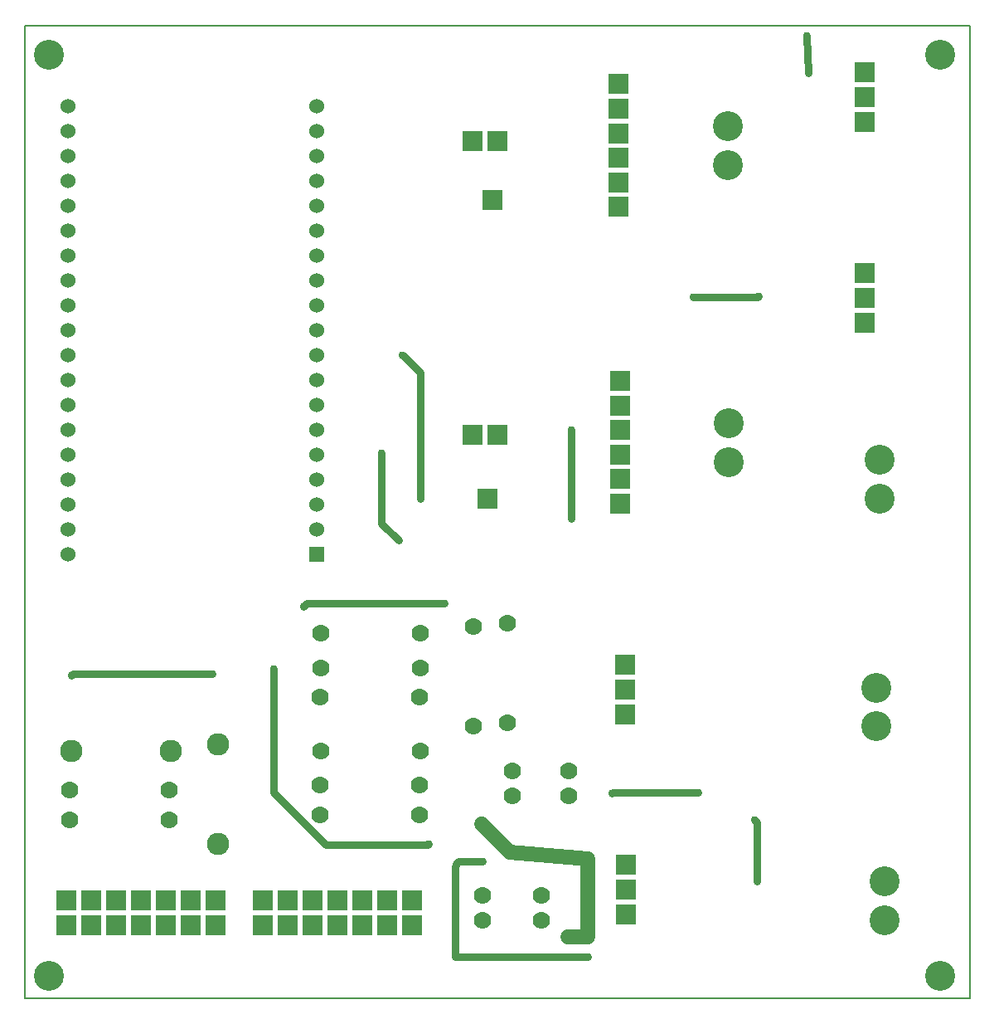
<source format=gbr>
G04 PROTEUS GERBER X2 FILE*
%TF.GenerationSoftware,Labcenter,Proteus,8.9-SP0-Build27865*%
%TF.CreationDate,2023-09-22T01:56:32+00:00*%
%TF.FileFunction,Copper,L1,Top*%
%TF.FilePolarity,Positive*%
%TF.Part,Single*%
%TF.SameCoordinates,{f1bbcda0-0957-4744-b51b-1f7c2430d0f4}*%
%FSLAX45Y45*%
%MOMM*%
G01*
%TA.AperFunction,Conductor*%
%ADD10C,0.762000*%
%ADD11C,1.524000*%
%TA.AperFunction,ViaPad*%
%ADD12C,0.762000*%
%TA.AperFunction,ComponentPad*%
%ADD13R,2.032000X2.032000*%
%TA.AperFunction,ComponentPad*%
%ADD14C,1.778000*%
%ADD15C,2.286000*%
%ADD16C,3.048000*%
%TA.AperFunction,ComponentPad*%
%ADD17R,1.530000X1.530000*%
%ADD18C,1.530000*%
%TA.AperFunction,OtherPad,Unknown*%
%ADD19C,3.048000*%
%TA.AperFunction,Profile*%
%ADD70C,0.203200*%
%TD.AperFunction*%
D10*
X-7471652Y-2082348D02*
X-7471652Y-2082347D01*
X-8533142Y-4314388D02*
X-9957692Y-4314388D01*
X-9971652Y-4328348D01*
X-3620535Y-470198D02*
X-2966731Y-470198D01*
X-2955159Y-458626D01*
X-6805578Y-2061591D02*
X-6805578Y-2780677D01*
X-6631606Y-2954649D01*
X-4871652Y-2728348D02*
X-4871652Y-1828348D01*
X-6408578Y-2526421D02*
X-6408578Y-1244770D01*
X-6589174Y-1064174D01*
X-6595000Y-1064174D01*
X-6166098Y-3597270D02*
X-7571329Y-3597270D01*
X-7602687Y-3628628D01*
X-7911929Y-4265632D02*
X-7911929Y-4826156D01*
X-7911929Y-5523874D01*
X-7374924Y-6060879D01*
X-7261252Y-6060879D01*
X-6332271Y-6060879D01*
X-6324431Y-6053039D01*
X-2971652Y-6428348D02*
X-2971652Y-5833511D01*
X-3000055Y-5805108D01*
X-3571652Y-5528348D02*
X-4441506Y-5528348D01*
X-4450374Y-5537216D01*
X-4700000Y-7200000D02*
X-6054202Y-7200000D01*
X-6054202Y-6282710D01*
X-6043749Y-6272257D01*
X-6043749Y-6253964D01*
X-6017618Y-6227833D01*
X-5772167Y-6227833D01*
X-5771652Y-6228348D01*
D11*
X-4900000Y-7000000D02*
X-4700000Y-7000000D01*
X-4700000Y-6200000D01*
X-5497364Y-6131434D01*
X-5783506Y-5845292D01*
D10*
X-2467119Y+2198933D02*
X-2443296Y+1816787D01*
D12*
X-8533142Y-4314388D03*
X-9971652Y-4328348D03*
X-3620535Y-470198D03*
X-2955159Y-458626D03*
X-6805578Y-2061591D03*
X-6631606Y-2954649D03*
X-4871652Y-2728348D03*
X-4871652Y-1828348D03*
X-6408578Y-2526421D03*
X-6595000Y-1064174D03*
X-6166098Y-3597270D03*
X-7602687Y-3628628D03*
X-7911929Y-4265632D03*
X-6324431Y-6053039D03*
X-2971652Y-6428348D03*
X-3000055Y-5805108D03*
X-3571652Y-5528348D03*
X-4450374Y-5537216D03*
X-4700000Y-7200000D03*
X-5771652Y-6228348D03*
X-4900000Y-7000000D03*
X-5783506Y-5845292D03*
X-2467119Y+2198933D03*
X-2443296Y+1816787D03*
D13*
X-10021652Y-6878348D03*
X-9767652Y-6878348D03*
X-9513652Y-6878348D03*
X-9259652Y-6878348D03*
X-9005652Y-6878348D03*
X-8751652Y-6878348D03*
X-8497652Y-6878348D03*
X-8497652Y-6624348D03*
X-8751652Y-6624348D03*
X-9005652Y-6624348D03*
X-9259652Y-6624348D03*
X-9513652Y-6624348D03*
X-9767652Y-6624348D03*
X-10021652Y-6624348D03*
X-8021652Y-6882348D03*
X-7767652Y-6882348D03*
X-7513652Y-6882348D03*
X-7259652Y-6882348D03*
X-7005652Y-6882348D03*
X-6751652Y-6882348D03*
X-6497652Y-6882348D03*
X-6497652Y-6628348D03*
X-6751652Y-6628348D03*
X-7005652Y-6628348D03*
X-7259652Y-6628348D03*
X-7513652Y-6628348D03*
X-7767652Y-6628348D03*
X-8021652Y-6628348D03*
D14*
X-7421652Y-4251348D03*
X-6405652Y-4251348D03*
X-7437652Y-5451348D03*
X-6421652Y-5451348D03*
X-6421652Y-5751348D03*
X-7437652Y-5751348D03*
X-8971652Y-5801348D03*
X-9987652Y-5801348D03*
X-9987652Y-5501348D03*
X-8971652Y-5501348D03*
X-5871652Y-4851348D03*
X-5871652Y-3835348D03*
X-5521652Y-4817348D03*
X-5521652Y-3801348D03*
X-6421652Y-4551348D03*
X-7437652Y-4551348D03*
X-6405652Y-3901348D03*
X-7421652Y-3901348D03*
X-5471652Y-5305348D03*
X-5471652Y-5559348D03*
X-4894652Y-5305348D03*
X-4894652Y-5559348D03*
X-5771652Y-6574348D03*
X-5771652Y-6828348D03*
X-5171652Y-6574348D03*
X-5171652Y-6828348D03*
D15*
X-8955652Y-5101348D03*
X-9971652Y-5101348D03*
X-8471652Y-5035348D03*
X-8471652Y-6051348D03*
D13*
X-5725652Y-2528348D03*
X-5621652Y-1878348D03*
X-5875652Y-1878348D03*
D14*
X-6405652Y-5101348D03*
X-7421652Y-5101348D03*
D13*
X-5671652Y+521652D03*
X-5621652Y+1121652D03*
X-5875652Y+1121652D03*
X-4311652Y-6264348D03*
X-4311652Y-6518348D03*
X-4311652Y-6772348D03*
X-4317652Y-4220348D03*
X-4317652Y-4474348D03*
X-4317652Y-4728348D03*
X-1871652Y-228348D03*
X-1871652Y-482348D03*
X-1871652Y-736348D03*
X-1871652Y+1825652D03*
X-1871652Y+1571652D03*
X-1871652Y+1317652D03*
D16*
X-1748532Y-4455228D03*
X-1748532Y-4851468D03*
X-1671652Y-6432108D03*
X-1671652Y-6828348D03*
X-1721652Y-2132108D03*
X-1721652Y-2528348D03*
D17*
X-7471652Y-3098348D03*
D18*
X-7471652Y-2844348D03*
X-7471652Y-2590348D03*
X-7471652Y-2336348D03*
X-7471652Y-2082348D03*
X-7471652Y-1828348D03*
X-7471652Y-1574348D03*
X-7471652Y-1320348D03*
X-7471652Y-1066348D03*
X-7471652Y-812357D03*
X-7471652Y-558348D03*
X-7471652Y-304348D03*
X-7471652Y-50348D03*
X-7471652Y+203652D03*
X-7471652Y+457652D03*
X-7471652Y+711652D03*
X-7471652Y+965652D03*
X-7471652Y+1219652D03*
X-7471652Y+1473652D03*
X-10011652Y+1473652D03*
X-10011652Y+1219652D03*
X-10011652Y+965652D03*
X-10011652Y+711652D03*
X-10011652Y+457652D03*
X-10011652Y+203652D03*
X-10011652Y-50348D03*
X-10011652Y-304348D03*
X-10011652Y-558348D03*
X-10011652Y-812357D03*
X-10011652Y-1066348D03*
X-10011652Y-1320348D03*
X-10011652Y-1574348D03*
X-10011652Y-1828348D03*
X-10011652Y-2082348D03*
X-10011652Y-2336348D03*
X-10011652Y-2590348D03*
X-10011652Y-2844348D03*
X-10011652Y-3098348D03*
D16*
X-3261652Y-2158348D03*
X-3261652Y-1758348D03*
D13*
X-4371652Y-1328348D03*
X-4371652Y-1578348D03*
X-4371652Y-1828348D03*
X-4371652Y-2078348D03*
X-4371652Y-2328348D03*
X-4371652Y-2578348D03*
D16*
X-3271652Y+871652D03*
X-3271652Y+1271652D03*
D13*
X-4381652Y+1701652D03*
X-4381652Y+1451652D03*
X-4381652Y+1201652D03*
X-4381652Y+951652D03*
X-4381652Y+701652D03*
X-4381652Y+451652D03*
D19*
X-1100000Y-7400000D03*
X-10200000Y-7400000D03*
X-10200000Y+2000000D03*
X-1100000Y+2000000D03*
D70*
X-10450000Y-7628348D02*
X-800000Y-7628348D01*
X-800000Y+2300000D01*
X-10450000Y+2300000D01*
X-10450000Y-7628348D01*
M02*

</source>
